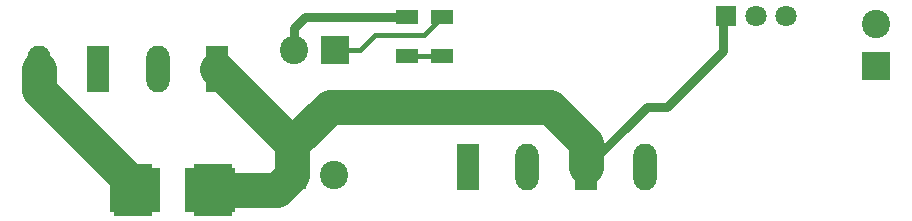
<source format=gbr>
%TF.GenerationSoftware,KiCad,Pcbnew,(5.1.10-1-10_14)*%
%TF.CreationDate,2021-07-05T16:18:31+02:00*%
%TF.ProjectId,cablebot_power,6361626c-6562-46f7-945f-706f7765722e,rev?*%
%TF.SameCoordinates,Original*%
%TF.FileFunction,Copper,L1,Top*%
%TF.FilePolarity,Positive*%
%FSLAX46Y46*%
G04 Gerber Fmt 4.6, Leading zero omitted, Abs format (unit mm)*
G04 Created by KiCad (PCBNEW (5.1.10-1-10_14)) date 2021-07-05 16:18:31*
%MOMM*%
%LPD*%
G01*
G04 APERTURE LIST*
%TA.AperFunction,ComponentPad*%
%ADD10C,2.400000*%
%TD*%
%TA.AperFunction,ComponentPad*%
%ADD11R,2.400000X2.400000*%
%TD*%
%TA.AperFunction,ComponentPad*%
%ADD12O,1.980000X3.960000*%
%TD*%
%TA.AperFunction,ComponentPad*%
%ADD13R,1.980000X3.960000*%
%TD*%
%TA.AperFunction,SMDPad,CuDef*%
%ADD14R,3.302000X4.368800*%
%TD*%
%TA.AperFunction,SMDPad,CuDef*%
%ADD15R,4.240000X3.810000*%
%TD*%
%TA.AperFunction,ComponentPad*%
%ADD16C,1.800000*%
%TD*%
%TA.AperFunction,ComponentPad*%
%ADD17R,1.800000X1.800000*%
%TD*%
%TA.AperFunction,SMDPad,CuDef*%
%ADD18R,1.905000X1.270000*%
%TD*%
%TA.AperFunction,Conductor*%
%ADD19C,0.787400*%
%TD*%
%TA.AperFunction,Conductor*%
%ADD20C,3.000000*%
%TD*%
%TA.AperFunction,Conductor*%
%ADD21C,0.400000*%
%TD*%
G04 APERTURE END LIST*
D10*
%TO.P,J6,2*%
%TO.N,GND*%
X145650000Y-107650000D03*
D11*
%TO.P,J6,1*%
%TO.N,VIN*%
X142150000Y-107650000D03*
%TD*%
D12*
%TO.P,SW1,2*%
%TO.N,Net-(F1-Pad2)*%
X120725000Y-98650000D03*
D13*
%TO.P,SW1,1*%
%TO.N,VBATT*%
X125725000Y-98650000D03*
%TD*%
D14*
%TO.P,F2,2*%
%TO.N,Net-(F1-Pad2)*%
X128609100Y-108925000D03*
%TO.P,F2,1*%
%TO.N,VIN*%
X135390900Y-108925000D03*
%TD*%
D15*
%TO.P,F1,2*%
%TO.N,Net-(F1-Pad2)*%
X128815000Y-108925000D03*
%TO.P,F1,1*%
%TO.N,VIN*%
X135185000Y-108925000D03*
%TD*%
D16*
%TO.P,U1,3*%
%TO.N,VOUT*%
X183930000Y-94175000D03*
%TO.P,U1,2*%
%TO.N,GND*%
X181390000Y-94175000D03*
D17*
%TO.P,U1,1*%
%TO.N,VIN*%
X178850000Y-94175000D03*
%TD*%
D18*
%TO.P,R1,2*%
%TO.N,GND*%
X151850000Y-94249000D03*
%TO.P,R1,1*%
%TO.N,Net-(D1-Pad1)*%
X151850000Y-97551000D03*
%TD*%
%TO.P,D1,2*%
%TO.N,VOUT*%
X154850000Y-94249000D03*
%TO.P,D1,1*%
%TO.N,Net-(D1-Pad1)*%
X154850000Y-97551000D03*
%TD*%
D10*
%TO.P,J5,2*%
%TO.N,GND*%
X142275000Y-97105000D03*
D11*
%TO.P,J5,1*%
%TO.N,VOUT*%
X145775000Y-97105000D03*
%TD*%
D10*
%TO.P,J4,2*%
%TO.N,GND*%
X191570000Y-94900000D03*
D11*
%TO.P,J4,1*%
%TO.N,VOUT*%
X191570000Y-98400000D03*
%TD*%
D12*
%TO.P,J3,2*%
%TO.N,GND*%
X130780000Y-98650000D03*
D13*
%TO.P,J3,1*%
%TO.N,VIN*%
X135780000Y-98650000D03*
%TD*%
D12*
%TO.P,J2,2*%
%TO.N,GND*%
X172025000Y-107025000D03*
D13*
%TO.P,J2,1*%
%TO.N,VIN*%
X167025000Y-107025000D03*
%TD*%
D12*
%TO.P,J1,2*%
%TO.N,GND*%
X162025000Y-107025000D03*
D13*
%TO.P,J1,1*%
%TO.N,VBATT*%
X157025000Y-107025000D03*
%TD*%
D19*
%TO.N,GND*%
X151850000Y-94249000D02*
X143201000Y-94249000D01*
X143201000Y-94249000D02*
X142275000Y-95175000D01*
X142275000Y-95175000D02*
X142275000Y-97105000D01*
D20*
%TO.N,VIN*%
X163950000Y-101900000D02*
X158725000Y-101900000D01*
X167025000Y-104975000D02*
X163950000Y-101900000D01*
X167025000Y-107025000D02*
X167025000Y-104975000D01*
X145300000Y-101900000D02*
X158725000Y-101900000D01*
X142150000Y-105050000D02*
X145300000Y-101900000D01*
X142150000Y-107650000D02*
X142150000Y-105050000D01*
D19*
X178589999Y-97135001D02*
X178589999Y-94175000D01*
X173825000Y-101900000D02*
X178589999Y-97135001D01*
X172150000Y-101900000D02*
X173825000Y-101900000D01*
X167025000Y-107025000D02*
X172150000Y-101900000D01*
D20*
X140875000Y-108925000D02*
X142150000Y-107650000D01*
X135390900Y-108925000D02*
X140875000Y-108925000D01*
X135780000Y-98680000D02*
X142150000Y-105050000D01*
X135780000Y-98650000D02*
X135780000Y-98680000D01*
D21*
%TO.N,VOUT*%
X145775000Y-97105000D02*
X147870000Y-97105000D01*
X147870000Y-97105000D02*
X149150000Y-95825000D01*
X153274000Y-95825000D02*
X154850000Y-94249000D01*
X149150000Y-95825000D02*
X153274000Y-95825000D01*
%TO.N,Net-(D1-Pad1)*%
X154850000Y-97551000D02*
X151850000Y-97551000D01*
D20*
%TO.N,Net-(F1-Pad2)*%
X120725000Y-100475000D02*
X120725000Y-98650000D01*
X128815000Y-108565000D02*
X120725000Y-100475000D01*
X128815000Y-108925000D02*
X128815000Y-108565000D01*
%TD*%
M02*

</source>
